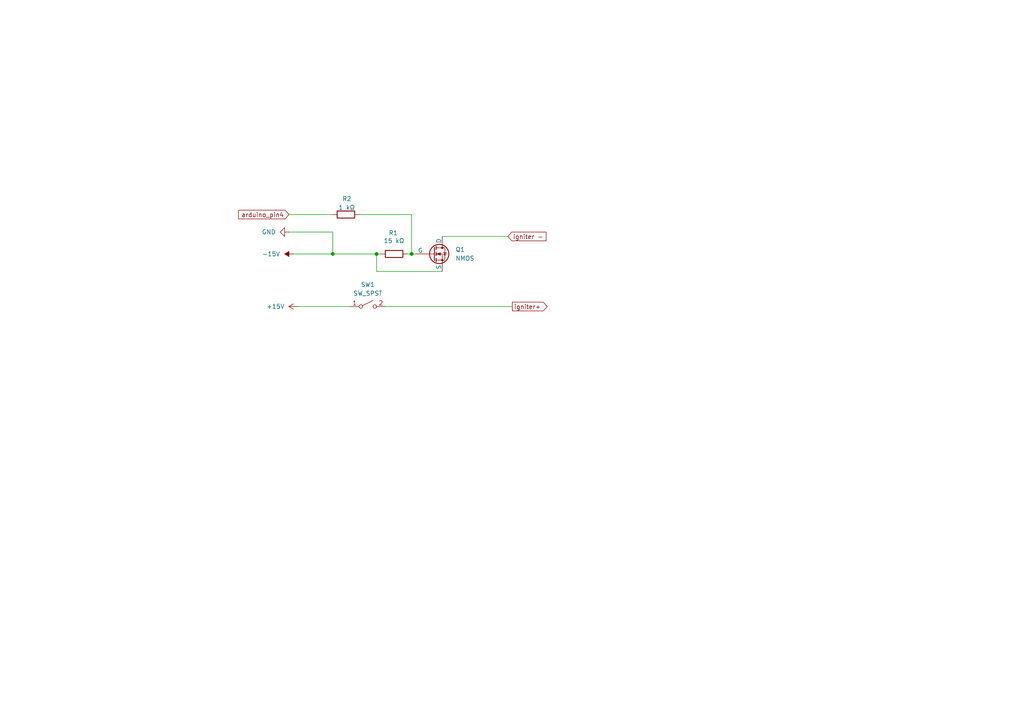
<source format=kicad_sch>
(kicad_sch (version 20231120) (generator "eeschema") (generator_version "8.0")
  (paper "A4")
  (lib_symbols
    (symbol "Device:R" (pin_numbers hide) (pin_names (offset 0))
      (property "Reference" "R" (at 2.032 0 90))
      (property "Value" "R" (at 0 0 90))
      (symbol "R_0_1"
        (rectangle (start -1.016 -2.54) (end 1.016 2.54) (stroke (width 0.254)))
      )
      (symbol "R_1_1"
        (pin passive line (at 0 3.81 270) (length 1.27) (name "~") (number "1"))
        (pin passive line (at 0 -3.81 90) (length 1.27) (name "~") (number "2"))
      )
    )
    (symbol "Simulation_SPICE:NMOS" (pin_numbers hide) (pin_names (offset 0))
      (property "Reference" "Q" (at 5.08 1.27 0))
      (property "Value" "NMOS" (at 5.08 -1.27 0))
      (symbol "NMOS_0_1"
        (polyline (pts (xy 0.254 0) (xy -2.54 0)))
        (polyline (pts (xy 0.254 1.905) (xy 0.254 -1.905)) (stroke (width 0.254)))
        (polyline (pts (xy 0.762 -1.27) (xy 0.762 -2.286)) (stroke (width 0.254)))
        (polyline (pts (xy 0.762 0.508) (xy 0.762 -0.508)) (stroke (width 0.254)))
        (polyline (pts (xy 0.762 2.286) (xy 0.762 1.27)) (stroke (width 0.254)))
        (polyline (pts (xy 2.54 2.54) (xy 2.54 1.778)))
        (polyline (pts (xy 2.54 -2.54) (xy 2.54 0) (xy 0.762 0)))
        (polyline (pts (xy 0.762 -1.778) (xy 3.302 -1.778) (xy 3.302 1.778) (xy 0.762 1.778)))
        (polyline (pts (xy 1.016 0) (xy 2.032 0.381) (xy 2.032 -0.381) (xy 1.016 0)) (fill (type outline)))
        (polyline (pts (xy 2.794 0.508) (xy 2.921 0.381) (xy 3.683 0.381) (xy 3.81 0.254)))
        (polyline (pts (xy 3.302 0.381) (xy 2.921 -0.254) (xy 3.683 -0.254) (xy 3.302 0.381)))
        (circle (center 1.651 0) (radius 2.794) (stroke (width 0.254)))
        (circle (center 2.54 -1.778) (radius 0.254) (fill (type outline)))
        (circle (center 2.54 1.778) (radius 0.254) (fill (type outline)))
      )
      (symbol "NMOS_1_1"
        (pin passive line (at 2.54 5.08 270) (length 2.54) (name "D") (number "1"))
        (pin input line (at -5.08 0 0) (length 2.54) (name "G") (number "2"))
        (pin passive line (at 2.54 -5.08 90) (length 2.54) (name "S") (number "3"))
      )
    )
    (symbol "Switch:SW_SPST" (pin_names (offset 0) hide)
      (property "Reference" "SW" (at 0 3.175 0))
      (property "Value" "SW_SPST" (at 0 -2.54 0))
      (symbol "SW_SPST_0_0"
        (circle (center -2.032 0) (radius 0.508))
        (polyline (pts (xy -1.524 0.254) (xy 1.524 1.778)))
        (circle (center 2.032 0) (radius 0.508))
      )
      (symbol "SW_SPST_1_1"
        (pin passive line (at -5.08 0 0) (length 2.54) (name "A") (number "1"))
        (pin passive line (at 5.08 0 180) (length 2.54) (name "B") (number "2"))
      )
    )
    (symbol "power:+15V" (power) (pin_numbers hide) (pin_names (offset 0) hide)
      (property "Value" "+15V" (at 0 3.556 0))
      (symbol "+15V_0_1"
        (polyline (pts (xy -0.762 1.27) (xy 0 2.54)))
        (polyline (pts (xy 0 0) (xy 0 2.54)))
        (polyline (pts (xy 0 2.54) (xy 0.762 1.27)))
      )
      (symbol "+15V_1_1"
        (pin power_in line (at 0 0 90) (length 0) (name "~") (number "1"))
      )
    )
    (symbol "power:-15V" (power) (pin_numbers hide) (pin_names (offset 0) hide)
      (property "Value" "-15V" (at 0 3.556 0))
      (symbol "-15V_0_0"
        (pin power_in line (at 0 0 90) (length 0) (name "~") (number "1"))
      )
      (symbol "-15V_0_1"
        (polyline (pts (xy 0 0) (xy 0 1.27) (xy 0.762 1.27) (xy 0 2.54) (xy -0.762 1.27) (xy 0 1.27)) (fill (type outline)))
      )
    )
    (symbol "power:GND" (power) (pin_numbers hide) (pin_names (offset 0) hide)
      (property "Value" "GND" (at 0 -3.81 0))
      (symbol "GND_0_1"
        (polyline (pts (xy 0 0) (xy 0 -1.27) (xy 1.27 -1.27) (xy 0 -2.54) (xy -1.27 -1.27) (xy 0 -1.27)))
      )
      (symbol "GND_1_1"
        (pin power_in line (at 0 0 270) (length 0) (name "~") (number "1"))
      )
    )
  )
  (junction (at 119.38 73.66))
  (junction (at 96.52 73.66))
  (junction (at 109.22 73.66))
  (wire (pts (xy 118.11 73.66) (xy 119.38 73.66)))
  (wire (pts (xy 96.52 67.31) (xy 96.52 73.66)))
  (wire (pts (xy 119.38 73.66) (xy 120.65 73.66)))
  (wire (pts (xy 109.22 78.74) (xy 128.27 78.74)))
  (wire (pts (xy 128.27 68.58) (xy 147.32 68.58)))
  (wire (pts (xy 104.14 62.23) (xy 119.38 62.23)))
  (wire (pts (xy 86.36 88.9) (xy 101.6 88.9)))
  (wire (pts (xy 83.82 62.23) (xy 96.52 62.23)))
  (wire (pts (xy 109.22 73.66) (xy 109.22 78.74)))
  (wire (pts (xy 111.76 88.9) (xy 148.59 88.9)))
  (wire (pts (xy 85.09 73.66) (xy 96.52 73.66)))
  (wire (pts (xy 109.22 73.66) (xy 110.49 73.66)))
  (wire (pts (xy 119.38 62.23) (xy 119.38 73.66)))
  (wire (pts (xy 83.82 67.31) (xy 96.52 67.31)))
  (wire (pts (xy 96.52 73.66) (xy 109.22 73.66)))
  (global_label "igniter+" (shape output) (at 148.59 88.9 0) (property "Intersheetrefs" "${INTERSHEET_REFS}" (effects (hide yes))))
  (global_label "arduino_pin4" (shape input) (at 83.82 62.23 180) (property "Intersheetrefs" "${INTERSHEET_REFS}" (effects (hide yes))))
  (global_label "igniter -" (shape input) (at 147.32 68.58 0) (property "Intersheetrefs" "${INTERSHEET_REFS}" (effects (hide yes))))
  (symbol (lib_id "power:GND") (at 83.82 67.31 270) (unit 1)
    (property "Reference" "#PWR03" (effects (hide yes)))
    (property "Value" "GND" (at 80.01 67.3099 90) (effects (justify right)))
    (property "Description" "Power symbol creates a global label with name \"GND\" , ground" (effects (hide yes)))
  )
  (symbol (lib_id "power:+15V") (at 86.36 88.9 90) (unit 1)
    (property "Reference" "#PWR02" (effects (hide yes)))
    (property "Value" "+15V" (at 82.55 88.8999 90) (effects (justify left)))
    (property "Description" "Power symbol creates a global label with name \"+15V\"" (effects (hide yes)))
  )
  (symbol (lib_id "Switch:SW_SPST") (at 106.68 88.9 0) (unit 1)
    (property "Reference" "SW1" (at 106.68 82.55 0))
    (property "Value" "SW_SPST" (at 106.68 85.09 0))
    (property "Description" "Single Pole Single Throw (SPST) switch" (effects (hide yes)))
  )
  (symbol (lib_id "power:-15V") (at 85.09 73.66 90) (unit 1)
    (property "Reference" "#PWR01" (effects (hide yes)))
    (property "Value" "-15V" (at 81.28 73.6599 90) (effects (justify left)))
    (property "Description" "Power symbol creates a global label with name \"-15V\"" (effects (hide yes)))
  )
  (symbol (lib_id "Device:R") (at 100.33 62.23 90) (unit 1)
    (property "Reference" "R2" (at 100.584 57.658 90))
    (property "Value" "1 kΩ" (at 100.584 60.198 90))
    (property "Description" "Resistor" (effects (hide yes)))
  )
  (symbol (lib_id "Device:R") (at 114.3 73.66 90) (unit 1)
    (property "Reference" "R1" (at 114.046 67.564 90))
    (property "Value" "15 kΩ" (at 114.3 69.85 90))
    (property "Description" "Resistor" (effects (hide yes)))
  )
  (symbol (lib_id "Simulation_SPICE:NMOS") (at 125.73 73.66 0) (unit 1)
    (property "Reference" "Q1" (at 132.08 72.3899 0) (effects (justify left)))
    (property "Value" "NMOS" (at 132.08 74.9299 0) (effects (justify left)))
    (property "Datasheet" "https://ngspice.sourceforge.io/docs/ngspice-html-manual/manual.xhtml#cha_MOSFETs" (effects (hide yes)))
    (property "Description" "N-MOSFET transistor, drain/source/gate" (effects (hide yes)))
    (property "Sim.Device" "NMOS" (effects (hide yes)))
    (property "Sim.Type" "VDMOS" (effects (hide yes)))
    (property "Sim.Pins" "1=D 2=G 3=S" (effects (hide yes)))
  )
)
</source>
